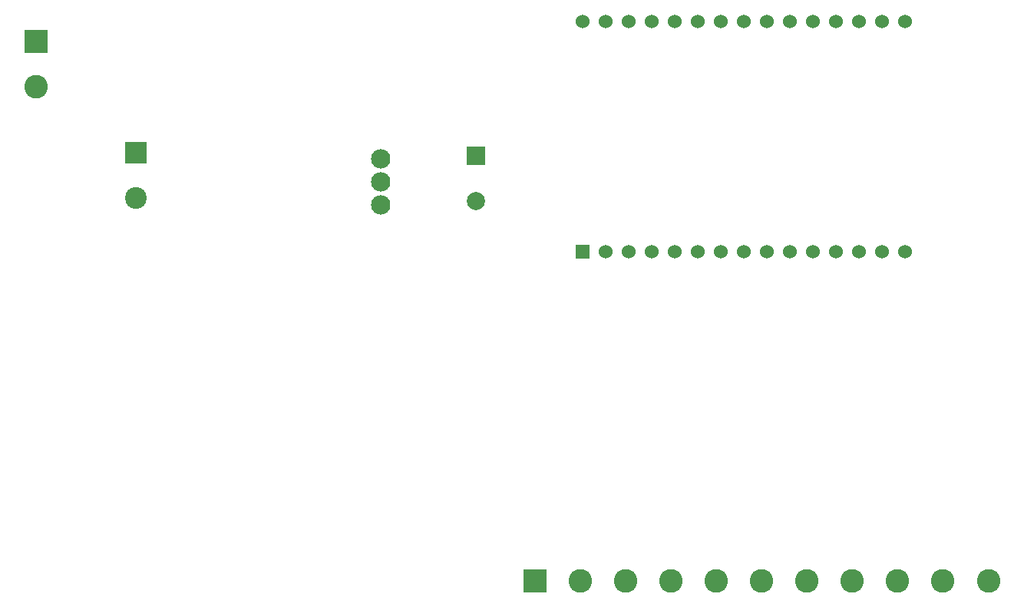
<source format=gbr>
%TF.GenerationSoftware,KiCad,Pcbnew,8.0.4-8.0.4-0~ubuntu22.04.1*%
%TF.CreationDate,2024-08-07T11:41:08-06:00*%
%TF.ProjectId,Sprinkler Controller,53707269-6e6b-46c6-9572-20436f6e7472,rev?*%
%TF.SameCoordinates,Original*%
%TF.FileFunction,Soldermask,Bot*%
%TF.FilePolarity,Negative*%
%FSLAX46Y46*%
G04 Gerber Fmt 4.6, Leading zero omitted, Abs format (unit mm)*
G04 Created by KiCad (PCBNEW 8.0.4-8.0.4-0~ubuntu22.04.1) date 2024-08-07 11:41:08*
%MOMM*%
%LPD*%
G01*
G04 APERTURE LIST*
%ADD10C,2.133600*%
%ADD11R,2.000000X2.000000*%
%ADD12C,2.000000*%
%ADD13R,2.600000X2.600000*%
%ADD14C,2.600000*%
%ADD15R,2.400000X2.400000*%
%ADD16C,2.400000*%
%ADD17C,1.524000*%
%ADD18R,1.524000X1.524000*%
G04 APERTURE END LIST*
D10*
%TO.C,RV1*%
X142000000Y-105040000D03*
X142000000Y-102500000D03*
X142000000Y-99960000D03*
%TD*%
D11*
%TO.C,C2*%
X152500000Y-99632300D03*
D12*
X152500000Y-104632300D03*
%TD*%
D13*
%TO.C,J1*%
X103980000Y-87000000D03*
D14*
X103980000Y-92000000D03*
%TD*%
D13*
%TO.C,J2*%
X159000000Y-146500000D03*
D14*
X164000000Y-146500000D03*
X169000000Y-146500000D03*
X174000000Y-146500000D03*
X179000000Y-146500000D03*
X184000000Y-146500000D03*
X189000000Y-146500000D03*
X194000000Y-146500000D03*
X199000000Y-146500000D03*
X204000000Y-146500000D03*
X209000000Y-146500000D03*
%TD*%
D15*
%TO.C,C1*%
X115000000Y-99275000D03*
D16*
X115000000Y-104275000D03*
%TD*%
D17*
%TO.C,U1*%
X164290000Y-84800000D03*
X166830000Y-84800000D03*
X169370000Y-84800000D03*
X171910000Y-84800000D03*
X174450000Y-84800000D03*
X176990000Y-84800000D03*
X179530000Y-84800000D03*
X182070000Y-84800000D03*
X184610000Y-84800000D03*
X187150000Y-84800000D03*
X189690000Y-84800000D03*
X192230000Y-84800000D03*
X194770000Y-84800000D03*
X197310000Y-84800000D03*
X199850000Y-84800000D03*
X199850000Y-110200000D03*
X197310000Y-110200000D03*
X194770000Y-110200000D03*
X192230000Y-110200000D03*
X189690000Y-110200000D03*
X187150000Y-110200000D03*
X184610000Y-110200000D03*
X182070000Y-110200000D03*
X179530000Y-110200000D03*
X176990000Y-110200000D03*
X174450000Y-110200000D03*
X171910000Y-110200000D03*
X169370000Y-110200000D03*
X166830000Y-110200000D03*
D18*
X164290000Y-110200000D03*
%TD*%
M02*

</source>
